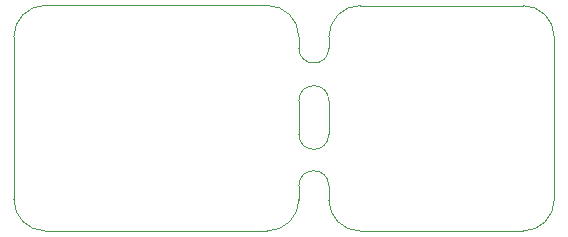
<source format=gbr>
G04 #@! TF.GenerationSoftware,KiCad,Pcbnew,(5.1.9)-1*
G04 #@! TF.CreationDate,2021-02-21T20:56:49-08:00*
G04 #@! TF.ProjectId,AnalogFaderV2,416e616c-6f67-4466-9164-657256322e6b,rev?*
G04 #@! TF.SameCoordinates,Original*
G04 #@! TF.FileFunction,Profile,NP*
%FSLAX46Y46*%
G04 Gerber Fmt 4.6, Leading zero omitted, Abs format (unit mm)*
G04 Created by KiCad (PCBNEW (5.1.9)-1) date 2021-02-21 20:56:49*
%MOMM*%
%LPD*%
G01*
G04 APERTURE LIST*
G04 #@! TA.AperFunction,Profile*
%ADD10C,0.050000*%
G04 #@! TD*
G04 APERTURE END LIST*
D10*
X130517900Y-67818000D02*
X130517900Y-64973200D01*
X133057900Y-67818000D02*
X133057900Y-64973200D01*
X133057900Y-67818000D02*
G75*
G02*
X130517900Y-67818000I-1270000J0D01*
G01*
X130517900Y-64973200D02*
G75*
G02*
X133057900Y-64973200I1270000J0D01*
G01*
X133057900Y-60515500D02*
G75*
G02*
X130517900Y-60515500I-1270000J0D01*
G01*
X130517900Y-72174100D02*
G75*
G02*
X133057900Y-72174100I1270000J0D01*
G01*
X133057900Y-59575700D02*
X133057900Y-60515500D01*
X133057900Y-72174100D02*
X133057900Y-73355200D01*
X130517900Y-73342500D02*
X130517900Y-72174100D01*
X130517900Y-59563000D02*
X130517900Y-60515500D01*
X135712200Y-76009500D02*
X149491700Y-76009500D01*
X149491700Y-56921400D02*
X135712200Y-56921400D01*
X152146000Y-73355200D02*
X152146000Y-59575700D01*
X135712200Y-76009500D02*
G75*
G02*
X133057900Y-73355200I0J2654300D01*
G01*
X152146000Y-73355200D02*
G75*
G02*
X149491700Y-76009500I-2654300J0D01*
G01*
X149491700Y-56921400D02*
G75*
G02*
X152146000Y-59575700I0J-2654300D01*
G01*
X133057900Y-59575700D02*
G75*
G02*
X135712200Y-56921400I2654300J0D01*
G01*
X127863600Y-75996800D02*
X109042200Y-75996800D01*
X109042200Y-56908700D02*
X127863600Y-56908700D01*
X106387900Y-73342500D02*
X106387900Y-59563000D01*
X130517900Y-73342500D02*
G75*
G02*
X127863600Y-75996800I-2654300J0D01*
G01*
X109042200Y-75996800D02*
G75*
G02*
X106387900Y-73342500I0J2654300D01*
G01*
X106387900Y-59563000D02*
G75*
G02*
X109042200Y-56908700I2654300J0D01*
G01*
X127863600Y-56908700D02*
G75*
G02*
X130517900Y-59563000I0J-2654300D01*
G01*
M02*

</source>
